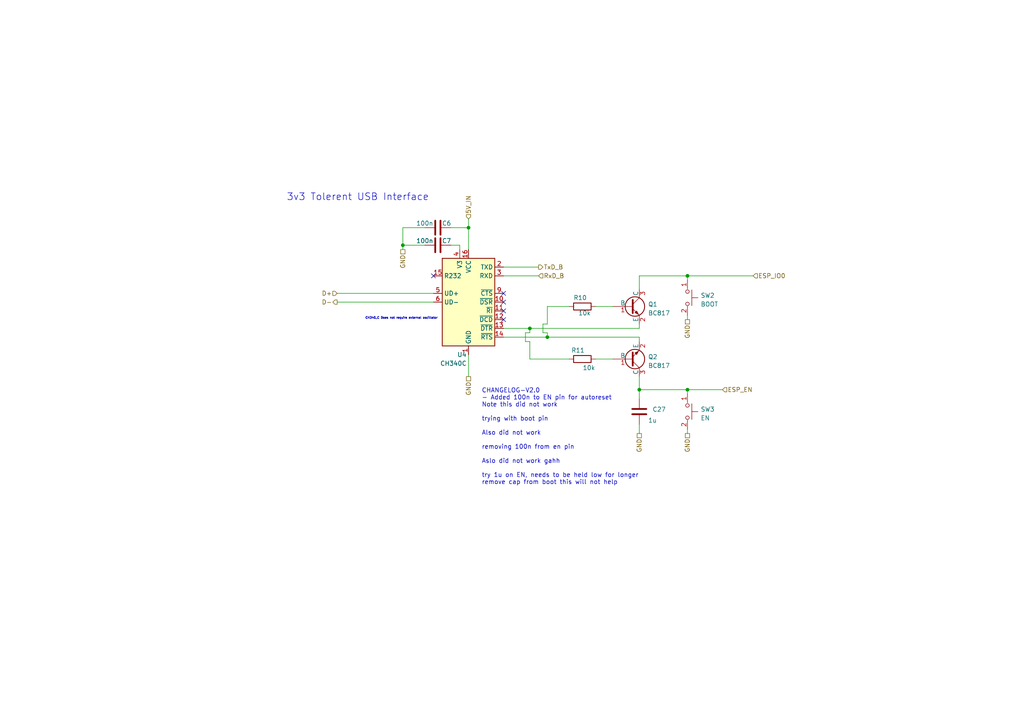
<source format=kicad_sch>
(kicad_sch (version 20231120) (generator "eeschema") (generator_version "8.0")
  (paper "A4")
  (lib_symbols
    (symbol "000_Capacitor_Film_Immo:100n" (pin_numbers hide) (pin_names (offset 0.254))
      (property "Reference" "C" (at 0.635 2.54 0))
      (property "Value" "100n" (at 0.635 -2.54 0))
      (symbol "100n_0_1"
        (polyline (pts (xy -2.032 -0.762) (xy 2.032 -0.762)) (stroke (width 0.508)))
        (polyline (pts (xy -2.032 0.762) (xy 2.032 0.762)) (stroke (width 0.508)))
      )
      (symbol "100n_1_1"
        (pin passive line (at 0 3.81 270) (length 2.794) (name "~") (number "1"))
        (pin passive line (at 0 -3.81 90) (length 2.794) (name "~") (number "2"))
      )
    )
    (symbol "000_Capacitor_Film_Immo:cap_film_0805" (pin_numbers hide) (pin_names (offset 0.254))
      (property "Reference" "C" (at 0.635 2.54 0))
      (property "Value" "cap_film_0805" (at 0.635 -2.54 0))
      (symbol "cap_film_0805_0_1"
        (polyline (pts (xy -2.032 -0.762) (xy 2.032 -0.762)) (stroke (width 0.508)))
        (polyline (pts (xy -2.032 0.762) (xy 2.032 0.762)) (stroke (width 0.508)))
      )
      (symbol "cap_film_0805_1_1"
        (pin passive line (at 0 3.81 270) (length 2.794) (name "~") (number "1"))
        (pin passive line (at 0 -3.81 90) (length 2.794) (name "~") (number "2"))
      )
    )
    (symbol "000_IC_immo:CH340C"
      (property "Reference" "U" (at -5.08 13.97 0))
      (property "Value" "CH340C" (at 1.27 13.97 0))
      (symbol "CH340C_0_1"
        (rectangle (start -7.62 12.7) (end 7.62 -12.7) (stroke (width 0.254)) (fill (type background)))
      )
      (symbol "CH340C_1_1"
        (pin power_in line (at 0 -15.24 90) (length 2.54) (name "GND") (number "1"))
        (pin input line (at 10.16 0 180) (length 2.54) (name "~{DSR}") (number "10"))
        (pin input line (at 10.16 -2.54 180) (length 2.54) (name "~{RI}") (number "11"))
        (pin input line (at 10.16 -5.08 180) (length 2.54) (name "~{DCD}") (number "12"))
        (pin output line (at 10.16 -7.62 180) (length 2.54) (name "~{DTR}") (number "13"))
        (pin output line (at 10.16 -10.16 180) (length 2.54) (name "~{RTS}") (number "14"))
        (pin input line (at -10.16 7.62 0) (length 2.54) (name "R232") (number "15"))
        (pin power_in line (at 0 15.24 270) (length 2.54) (name "VCC") (number "16"))
        (pin output line (at 10.16 10.16 180) (length 2.54) (name "TXD") (number "2"))
        (pin input line (at 10.16 7.62 180) (length 2.54) (name "RXD") (number "3"))
        (pin passive line (at -2.54 15.24 270) (length 2.54) (name "V3") (number "4"))
        (pin bidirectional line (at -10.16 2.54 0) (length 2.54) (name "UD+") (number "5"))
        (pin bidirectional line (at -10.16 0 0) (length 2.54) (name "UD-") (number "6"))
        (pin no_connect line (at -7.62 -7.62 0) (length 2.54) hide (name "NC") (number "7"))
        (pin no_connect line (at -7.62 -10.16 0) (length 2.54) hide (name "NC") (number "8"))
        (pin input line (at 10.16 2.54 180) (length 2.54) (name "~{CTS}") (number "9"))
      )
    )
    (symbol "000_Resistors_Immo:10k" (pin_numbers hide) (pin_names (offset 0))
      (property "Reference" "R?" (at -2.54 3.81 0))
      (property "Value" "10k" (at -5.08 2.54 0))
      (symbol "10k_0_1"
        (rectangle (start 2.54 -1.016) (end -2.54 1.016) (stroke (width 0.254)))
      )
      (symbol "10k_1_1"
        (pin passive line (at -3.81 0 0) (length 1.27) (name "~") (number "1"))
        (pin passive line (at 3.81 0 180) (length 1.27) (name "~") (number "2"))
      )
    )
    (symbol "000_Switches_Immo:pushbutton_tactile_2pin_SMD" (pin_names (offset 1.016) hide)
      (property "Reference" "SW" (at 0.635 5.715 0))
      (property "Value" "pushbutton_tactile_2pin_SMD" (at 0 -3.175 0))
      (symbol "pushbutton_tactile_2pin_SMD_0_1"
        (circle (center -1.778 2.54) (radius 0.508))
        (polyline (pts (xy -2.286 3.81) (xy 2.286 3.81)))
        (polyline (pts (xy 0 3.81) (xy 0 5.588)))
        (circle (center 1.778 2.54) (radius 0.508))
        (pin passive line (at -5.08 2.54 0) (length 2.54) (name "1") (number "1"))
        (pin passive line (at 5.08 2.54 180) (length 2.6) (name "2") (number "2"))
      )
    )
    (symbol "000_Transistors_BJT_Immo:BC817" (pin_names (offset 0))
      (property "Reference" "Q" (at 6.35 1.27 0))
      (property "Value" "BC817" (at 5.08 0 0))
      (symbol "BC817_0_1"
        (polyline (pts (xy 0.635 0.635) (xy 2.54 2.54)))
        (polyline (pts (xy 0.635 -0.635) (xy 2.54 -2.54) (xy 2.54 -2.54)))
        (polyline (pts (xy 0.635 1.905) (xy 0.635 -1.905) (xy 0.635 -1.905)) (stroke (width 0.508)))
        (polyline (pts (xy 1.27 -1.778) (xy 1.778 -1.27) (xy 2.286 -2.286) (xy 1.27 -1.778) (xy 1.27 -1.778)) (fill (type outline)))
        (circle (center 1.27 0) (radius 2.8194) (stroke (width 0.254)))
      )
      (symbol "BC817_1_1"
        (pin input line (at -5.08 0 0) (length 5.715) (name "B") (number "1"))
        (pin passive line (at 2.54 -5.08 90) (length 2.54) (name "E") (number "2"))
        (pin passive line (at 2.54 5.08 270) (length 2.54) (name "C") (number "3"))
      )
    )
  )
  (junction (at 158.75 97.79))
  (junction (at 116.84 71.12))
  (junction (at 153.67 95.25))
  (junction (at 135.89 66.04))
  (junction (at 199.39 80.01))
  (junction (at 199.39 113.03))
  (junction (at 185.42 113.03))
  (no_connect (at 146.05 90.17))
  (no_connect (at 125.73 80.01))
  (no_connect (at 146.05 85.09))
  (no_connect (at 146.05 87.63))
  (no_connect (at 146.05 92.71))
  (wire (pts (xy 146.05 97.79) (xy 158.75 97.79)))
  (wire (pts (xy 165.1 104.14) (xy 153.67 104.14)))
  (wire (pts (xy 152.4 99.06) (xy 152.4 96.52)))
  (wire (pts (xy 116.84 71.12) (xy 116.84 66.04)))
  (wire (pts (xy 199.39 113.03) (xy 199.39 114.3)))
  (wire (pts (xy 156.21 77.47) (xy 146.05 77.47)))
  (wire (pts (xy 158.75 88.9) (xy 158.75 93.98)))
  (wire (pts (xy 172.72 104.14) (xy 177.8 104.14)))
  (wire (pts (xy 185.42 93.98) (xy 185.42 95.25)))
  (wire (pts (xy 158.75 96.52) (xy 158.75 97.79)))
  (wire (pts (xy 157.48 93.98) (xy 157.48 96.52)))
  (wire (pts (xy 153.67 95.25) (xy 185.42 95.25)))
  (wire (pts (xy 97.79 85.09) (xy 125.73 85.09)))
  (wire (pts (xy 133.35 71.12) (xy 130.81 71.12)))
  (wire (pts (xy 172.72 88.9) (xy 177.8 88.9)))
  (wire (pts (xy 135.89 66.04) (xy 130.81 66.04)))
  (wire (pts (xy 152.4 96.52) (xy 153.67 96.52)))
  (wire (pts (xy 199.39 124.46) (xy 199.39 125.73)))
  (wire (pts (xy 199.39 80.01) (xy 218.44 80.01)))
  (wire (pts (xy 116.84 72.39) (xy 116.84 71.12)))
  (wire (pts (xy 133.35 72.39) (xy 133.35 71.12)))
  (wire (pts (xy 158.75 97.79) (xy 185.42 97.79)))
  (wire (pts (xy 158.75 93.98) (xy 157.48 93.98)))
  (wire (pts (xy 116.84 66.04) (xy 123.19 66.04)))
  (wire (pts (xy 157.48 96.52) (xy 158.75 96.52)))
  (wire (pts (xy 199.39 91.44) (xy 199.39 92.71)))
  (wire (pts (xy 153.67 104.14) (xy 153.67 99.06)))
  (wire (pts (xy 185.42 115.57) (xy 185.42 113.03)))
  (wire (pts (xy 146.05 95.25) (xy 153.67 95.25)))
  (wire (pts (xy 135.89 66.04) (xy 135.89 72.39)))
  (wire (pts (xy 135.89 102.87) (xy 135.89 109.22)))
  (wire (pts (xy 199.39 113.03) (xy 209.55 113.03)))
  (wire (pts (xy 97.79 87.63) (xy 125.73 87.63)))
  (wire (pts (xy 165.1 88.9) (xy 158.75 88.9)))
  (wire (pts (xy 156.21 80.01) (xy 146.05 80.01)))
  (wire (pts (xy 153.67 99.06) (xy 152.4 99.06)))
  (wire (pts (xy 185.42 123.19) (xy 185.42 125.73)))
  (wire (pts (xy 135.89 63.5) (xy 135.89 66.04)))
  (wire (pts (xy 199.39 80.01) (xy 185.42 80.01)))
  (wire (pts (xy 199.39 80.01) (xy 199.39 81.28)))
  (wire (pts (xy 185.42 97.79) (xy 185.42 99.06)))
  (wire (pts (xy 185.42 113.03) (xy 199.39 113.03)))
  (wire (pts (xy 185.42 80.01) (xy 185.42 83.82)))
  (wire (pts (xy 116.84 71.12) (xy 123.19 71.12)))
  (wire (pts (xy 185.42 113.03) (xy 185.42 109.22)))
  (wire (pts (xy 153.67 95.25) (xy 153.67 96.52)))
  (text "3v3 Tolerent USB Interface" (at 124.46 58.42 0) (effects (font (size 2 2)) (justify right bottom)))
  (text "CHANGELOG-V2.0\n- Added 100n to EN pin for autoreset\nNote this did not work\n\ntrying with boot pin\n\nAlso did not work\n\nremoving 100n from en pin\n\nAslo did not work gahh\n\ntry 1u on EN, needs to be held low for longer\nremove cap from boot this will not help" (at 139.7 140.716 0) (effects (font (size 1.27 1.27)) (justify left bottom)))
  (text "CH340_C Does not require external oscillator" (at 127 92.71 0) (effects (font (size 0.6 0.6)) (justify right bottom)))
  (hierarchical_label "RxD_B" (shape input) (at 156.21 80.01 0))
  (hierarchical_label "D+" (shape input) (at 97.79 85.09 180))
  (hierarchical_label "GND" (shape passive) (at 199.39 125.73 270))
  (hierarchical_label "GND" (shape passive) (at 185.42 125.73 270))
  (hierarchical_label "D-" (shape output) (at 97.79 87.63 180))
  (hierarchical_label "ESP_EN" (shape input) (at 209.55 113.03 0))
  (hierarchical_label "GND" (shape passive) (at 116.84 72.39 270))
  (hierarchical_label "5V_IN" (shape input) (at 135.89 63.5 90))
  (hierarchical_label "GND" (shape passive) (at 199.39 92.71 270))
  (hierarchical_label "GND" (shape passive) (at 135.89 109.22 270))
  (hierarchical_label "ESP_IO0" (shape input) (at 218.44 80.01 0))
  (hierarchical_label "TxD_B" (shape output) (at 156.21 77.47 0))
  (symbol (lib_id "000_Capacitor_Film_Immo:100n") (at 127 66.04 270) (mirror x) (unit 1)
    (property "Reference" "C6" (at 129.54 64.77 90))
    (property "Value" "100n" (at 123.19 64.77 90))
    (property "Footprint" "000_Capacitors_Immo:C_0805_2012_HandSolder_kawaii" (effects (hide yes)))
    (property "JLCpart" "C779975" (effects (hide yes)))
    (property "Cost" "0.02" (effects (hide yes)))
  )
  (symbol (lib_id "000_IC_immo:CH340C") (at 135.89 87.63 0) (unit 1)
    (property "Reference" "U4" (at 135.3694 102.87 0) (effects (justify right)))
    (property "Value" "CH340C" (at 135.3694 105.41 0) (effects (justify right)))
    (property "Footprint" "Package_SO:SOIC-16_3.9x9.9mm_P1.27mm" (effects (hide yes)))
    (property "Datasheet" "https://datasheet.lcsc.com/szlcsc/Jiangsu-Qin-Heng-CH340C_C84681.pdf" (effects (hide yes)))
    (property "JLCpart" "C84681" (effects (hide yes)))
    (property "Cost" "0.4725" (effects (hide yes)))
  )
  (symbol (lib_id "000_Capacitor_Film_Immo:cap_film_0805") (at 185.42 119.38 0) (unit 1)
    (property "Reference" "C27" (at 189.23 118.745 0) (effects (justify left)))
    (property "Value" "1u" (at 187.96 121.92 0) (effects (justify left)))
    (property "Footprint" "Capacitor_SMD:C_0805_2012Metric_Pad1.18x1.45mm_HandSolder" (effects (hide yes)))
  )
  (symbol (lib_id "000_Capacitor_Film_Immo:100n") (at 127 71.12 270) (mirror x) (unit 1)
    (property "Reference" "C7" (at 129.54 69.85 90))
    (property "Value" "100n" (at 123.19 69.85 90))
    (property "Footprint" "000_Capacitors_Immo:C_0805_2012_HandSolder_kawaii" (effects (hide yes)))
    (property "JLCpart" "C779975" (effects (hide yes)))
    (property "Cost" "0.02" (effects (hide yes)))
  )
  (symbol (lib_id "000_Transistors_BJT_Immo:BC817") (at 182.88 88.9 0) (unit 1)
    (property "Reference" "Q1" (at 187.96 88.265 0) (effects (justify left)))
    (property "Value" "BC817" (at 187.96 90.805 0) (effects (justify left)))
    (property "Footprint" "Package_TO_SOT_SMD:SOT-23" (effects (hide yes)))
    (property "Datasheet" "https://www.onsemi.com/pub/Collateral/BC818-D.pdf" (effects (hide yes)))
    (property "Sim.Pins" "1=1 2=2 3=3" (effects (hide yes)))
    (property "Sim.Device" "SPICE" (effects (hide yes)))
    (property "Sim.Params" "type=\"Q\" model=\"BC817\" lib=\"spice-models\\BC817.lib\"" (effects (hide yes)))
    (property "JLCpart" "C2137" (effects (hide yes)))
    (property "Cost" "0.0225" (effects (hide yes)))
  )
  (symbol (lib_id "000_Switches_Immo:pushbutton_tactile_2pin_SMD") (at 196.85 119.38 270) (unit 1)
    (property "Reference" "SW3" (at 203.2 118.715 90) (effects (justify left)))
    (property "Value" "EN" (at 203.2 121.255 90) (effects (justify left)))
    (property "Footprint" "000_Switches_Immo:SW_SPST_EVQPE1" (effects (hide yes)))
    (property "JLCpart" "C699451" (effects (hide yes)))
    (property "Cost" "0.3052" (effects (hide yes)))
  )
  (symbol (lib_id "000_Resistors_Immo:10k") (at 168.91 88.9 180) (unit 1)
    (property "Reference" "R10" (at 168.275 86.36 0))
    (property "Value" "10k" (at 169.545 90.805 0))
    (property "Footprint" "Resistor_SMD:R_0805_2012Metric_Pad1.20x1.40mm_HandSolder" (effects (hide yes)))
    (property "JLCpart" "C2930231" (effects (hide yes)))
    (property "Cost" "0.002" (effects (hide yes)))
  )
  (symbol (lib_id "000_Resistors_Immo:10k") (at 168.91 104.14 180) (unit 1)
    (property "Reference" "R11" (at 167.64 101.6 0))
    (property "Value" "10k" (at 170.815 106.68 0))
    (property "Footprint" "Resistor_SMD:R_0805_2012Metric_Pad1.20x1.40mm_HandSolder" (effects (hide yes)))
    (property "JLCpart" "C2930231" (effects (hide yes)))
    (property "Cost" "0.002" (effects (hide yes)))
  )
  (symbol (lib_id "000_Switches_Immo:pushbutton_tactile_2pin_SMD") (at 196.85 86.36 270) (unit 1)
    (property "Reference" "SW2" (at 203.2 85.695 90) (effects (justify left)))
    (property "Value" "BOOT" (at 203.2 88.235 90) (effects (justify left)))
    (property "Footprint" "000_Switches_Immo:SW_SPST_EVQPE1" (effects (hide yes)))
    (property "JLCpart" "C699451" (effects (hide yes)))
    (property "Cost" "0.3052" (effects (hide yes)))
  )
  (symbol (lib_id "000_Transistors_BJT_Immo:BC817") (at 182.88 104.14 0) (mirror x) (unit 1)
    (property "Reference" "Q2" (at 187.96 103.505 0) (effects (justify left)))
    (property "Value" "BC817" (at 187.96 106.045 0) (effects (justify left)))
    (property "Footprint" "Package_TO_SOT_SMD:SOT-23" (effects (hide yes)))
    (property "Datasheet" "https://www.onsemi.com/pub/Collateral/BC818-D.pdf" (effects (hide yes)))
    (property "Sim.Pins" "1=1 2=2 3=3" (effects (hide yes)))
    (property "Sim.Device" "SPICE" (effects (hide yes)))
    (property "Sim.Params" "type=\"Q\" model=\"BC817\" lib=\"spice-models\\BC817.lib\"" (effects (hide yes)))
    (property "JLCpart" "C2137" (effects (hide yes)))
    (property "Cost" "0.0225" (effects (hide yes)))
  )
)
</source>
